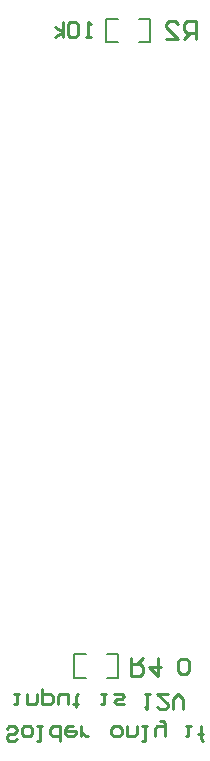
<source format=gbo>
G04*
G04 #@! TF.GenerationSoftware,Altium Limited,Altium Designer,19.1.8 (144)*
G04*
G04 Layer_Color=32896*
%FSLAX24Y24*%
%MOIN*%
G70*
G01*
G75*
%ADD12C,0.0059*%
%ADD14C,0.0100*%
D12*
X30768Y35246D02*
X31161D01*
X30768Y34459D02*
X31161D01*
Y35246D01*
X29685Y34459D02*
Y35246D01*
X30079D01*
X29685Y34459D02*
X30079D01*
X28622Y13278D02*
X29016D01*
X28622Y14065D02*
X29016D01*
X28622Y13278D02*
Y14065D01*
X30098Y13278D02*
Y14065D01*
X29705Y13278D02*
X30098D01*
X29705Y14065D02*
X30098D01*
D14*
X29173Y34626D02*
X29003D01*
X29088D01*
Y35138D01*
X29173Y35052D01*
X28747D02*
X28662Y35138D01*
X28491D01*
X28406Y35052D01*
Y34711D01*
X28491Y34626D01*
X28662D01*
X28747Y34711D01*
Y35052D01*
X28235Y34626D02*
Y35138D01*
Y34797D02*
X27979Y34967D01*
X28235Y34797D02*
X27979Y34626D01*
X26624Y12736D02*
X26795D01*
X26709D01*
Y12395D01*
X26624D01*
X27050Y12736D02*
Y12395D01*
X27306D01*
X27391Y12480D01*
Y12736D01*
X27562Y12907D02*
Y12395D01*
X27818D01*
X27903Y12480D01*
Y12651D01*
X27818Y12736D01*
X27562D01*
X28074Y12395D02*
Y12651D01*
X28159Y12736D01*
X28415D01*
Y12395D01*
X28671Y12310D02*
Y12395D01*
X28585D01*
X28756D01*
X28671D01*
Y12651D01*
X28756Y12736D01*
X29523D02*
X29694D01*
X29609D01*
Y12395D01*
X29523D01*
X29950Y12736D02*
X30206D01*
X30291Y12651D01*
X30206Y12566D01*
X30035D01*
X29950Y12480D01*
X30035Y12395D01*
X30291D01*
X30973Y12736D02*
X31144D01*
X31058D01*
Y12225D01*
X30973Y12310D01*
X31740Y12736D02*
X31399D01*
X31740Y12395D01*
Y12310D01*
X31655Y12225D01*
X31485D01*
X31399Y12310D01*
X31911Y12225D02*
Y12566D01*
X32082Y12736D01*
X32252Y12566D01*
Y12225D01*
X26709Y11237D02*
X26624Y11152D01*
X26453D01*
X26368Y11237D01*
Y11322D01*
X26453Y11408D01*
X26624D01*
X26709Y11493D01*
Y11578D01*
X26624Y11663D01*
X26453D01*
X26368Y11578D01*
X26965Y11663D02*
X27136D01*
X27221Y11578D01*
Y11408D01*
X27136Y11322D01*
X26965D01*
X26880Y11408D01*
Y11578D01*
X26965Y11663D01*
X27391D02*
X27562D01*
X27477D01*
Y11152D01*
X27391D01*
X28159D02*
Y11663D01*
X27903D01*
X27818Y11578D01*
Y11408D01*
X27903Y11322D01*
X28159D01*
X28585Y11663D02*
X28415D01*
X28329Y11578D01*
Y11408D01*
X28415Y11322D01*
X28585D01*
X28671Y11408D01*
Y11493D01*
X28329D01*
X28841Y11322D02*
Y11663D01*
Y11493D01*
X28926Y11408D01*
X29012Y11322D01*
X29097D01*
X29950Y11663D02*
X30120D01*
X30205Y11578D01*
Y11408D01*
X30120Y11322D01*
X29950D01*
X29864Y11408D01*
Y11578D01*
X29950Y11663D01*
X30376D02*
Y11322D01*
X30632D01*
X30717Y11408D01*
Y11663D01*
X30888D02*
X31058D01*
X30973D01*
Y11152D01*
X30888D01*
X31314Y11322D02*
Y11578D01*
X31399Y11663D01*
X31655D01*
Y11749D01*
X31570Y11834D01*
X31485D01*
X31655Y11663D02*
Y11322D01*
X32337Y11663D02*
X32508D01*
X32423D01*
Y11322D01*
X32337D01*
X32849Y11663D02*
Y11237D01*
Y11408D01*
X32764D01*
X32934D01*
X32849D01*
Y11237D01*
X32934Y11152D01*
X32441Y13481D02*
X32356Y13396D01*
X32185D01*
X32100Y13481D01*
Y13822D01*
X32185Y13907D01*
X32356D01*
X32441Y13822D01*
Y13481D01*
X30522Y13927D02*
Y13327D01*
X30821D01*
X30921Y13427D01*
Y13627D01*
X30821Y13727D01*
X30522D01*
X30721D02*
X30921Y13927D01*
X31421D02*
Y13327D01*
X31121Y13627D01*
X31521D01*
X32697Y34567D02*
Y35167D01*
X32397D01*
X32297Y35067D01*
Y34867D01*
X32397Y34767D01*
X32697D01*
X32497D02*
X32297Y34567D01*
X31697D02*
X32097D01*
X31697Y34967D01*
Y35067D01*
X31797Y35167D01*
X31997D01*
X32097Y35067D01*
M02*

</source>
